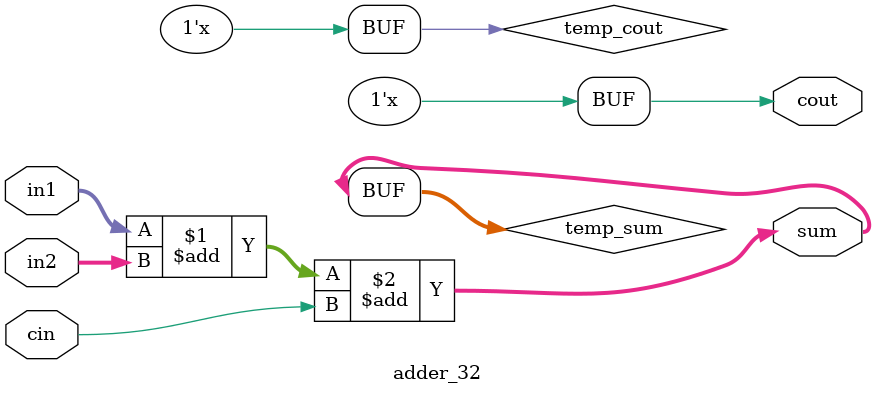
<source format=v>
module adder_32(output [31:0] sum,
                      output cout,
                      input [31:0] in1, in2,
                      input cin); 
 
    wire [31:0] temp_sum;
    wire temp_cout;
 
    assign temp_sum = in1 + in2 + cin;
    assign temp_cout = (temp_sum[32] == 1'b1);
 
    assign sum = temp_sum[31:0];
    assign cout = temp_cout;
 
endmodule
</source>
